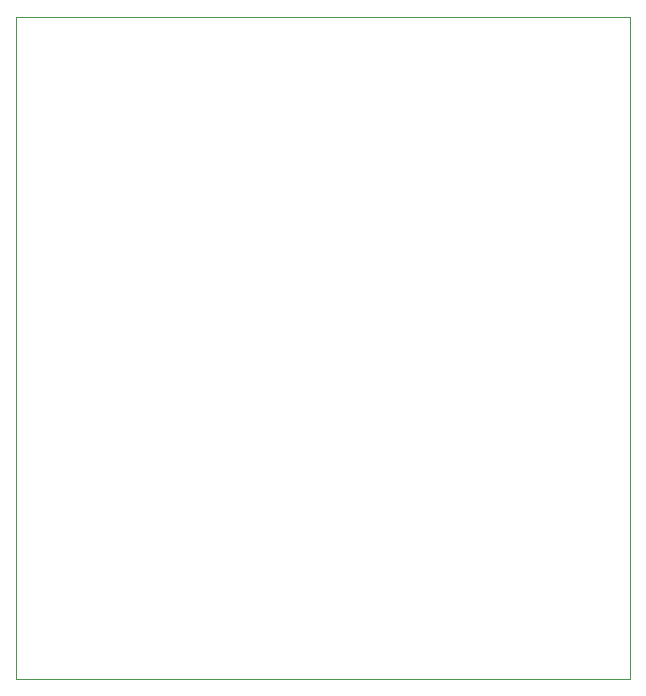
<source format=gbr>
%TF.GenerationSoftware,KiCad,Pcbnew,(6.0.7)*%
%TF.CreationDate,2024-02-17T17:29:39-05:00*%
%TF.ProjectId,temp_fan_controller,74656d70-5f66-4616-9e5f-636f6e74726f,rev?*%
%TF.SameCoordinates,Original*%
%TF.FileFunction,Profile,NP*%
%FSLAX46Y46*%
G04 Gerber Fmt 4.6, Leading zero omitted, Abs format (unit mm)*
G04 Created by KiCad (PCBNEW (6.0.7)) date 2024-02-17 17:29:39*
%MOMM*%
%LPD*%
G01*
G04 APERTURE LIST*
%TA.AperFunction,Profile*%
%ADD10C,0.100000*%
%TD*%
G04 APERTURE END LIST*
D10*
X90000000Y-59000000D02*
X142000000Y-59000000D01*
X142000000Y-59000000D02*
X142000000Y-115000000D01*
X142000000Y-115000000D02*
X90000000Y-115000000D01*
X90000000Y-115000000D02*
X90000000Y-59000000D01*
M02*

</source>
